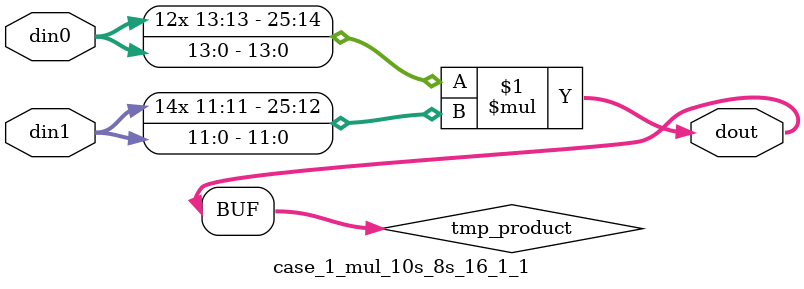
<source format=v>

`timescale 1 ns / 1 ps

 module case_1_mul_10s_8s_16_1_1(din0, din1, dout);
parameter ID = 1;
parameter NUM_STAGE = 0;
parameter din0_WIDTH = 14;
parameter din1_WIDTH = 12;
parameter dout_WIDTH = 26;

input [din0_WIDTH - 1 : 0] din0; 
input [din1_WIDTH - 1 : 0] din1; 
output [dout_WIDTH - 1 : 0] dout;

wire signed [dout_WIDTH - 1 : 0] tmp_product;



























assign tmp_product = $signed(din0) * $signed(din1);








assign dout = tmp_product;





















endmodule

</source>
